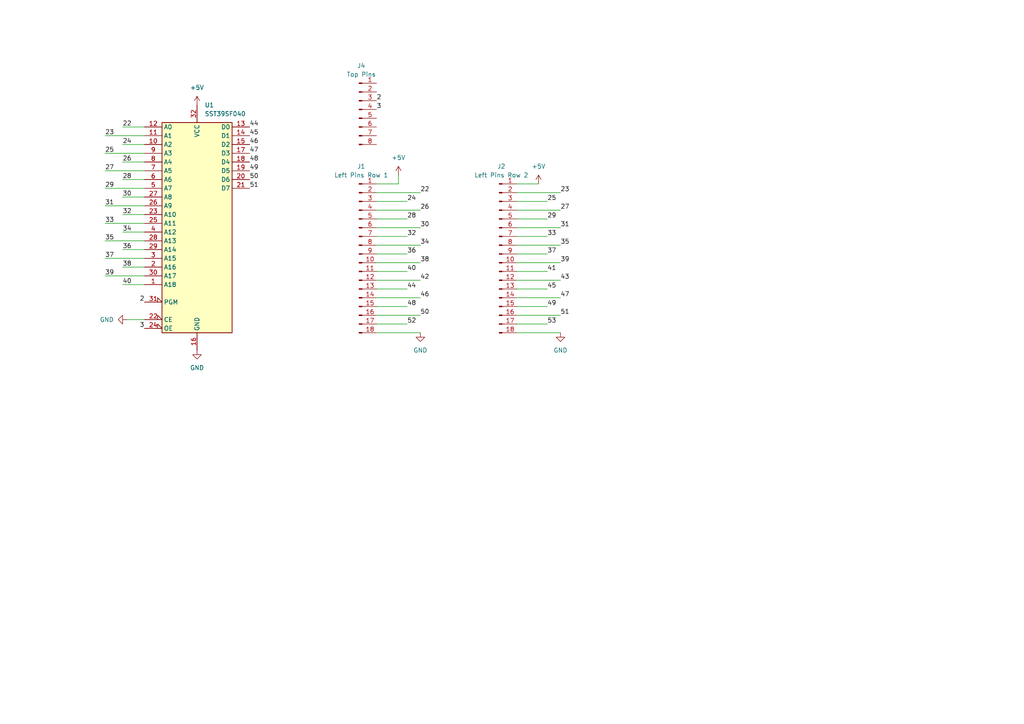
<source format=kicad_sch>
(kicad_sch (version 20230121) (generator eeschema)
  (paper "A4")
  (title_block (title "NOR Flasher Arduino Mega Shield") (date "2024-01-13") (rev "1"))
  (lib_symbols
    (symbol "Connector:Conn_01x08_Pin" (pin_names (offset 1.016) hide)
      (property "Reference" "J" (at 0 10.16 0))
      (property "Value" "Conn_01x08_Pin" (at 0 -12.7 0))
      (symbol "Conn_01x08_Pin_1_1"
        (polyline (pts (xy 1.27 -10.16) (xy 0.8636 -10.16)) (stroke (width 0.1524)))
        (polyline (pts (xy 1.27 -7.62) (xy 0.8636 -7.62)) (stroke (width 0.1524)))
        (polyline (pts (xy 1.27 -5.08) (xy 0.8636 -5.08)) (stroke (width 0.1524)))
        (polyline (pts (xy 1.27 -2.54) (xy 0.8636 -2.54)) (stroke (width 0.1524)))
        (polyline (pts (xy 1.27 0) (xy 0.8636 0)) (stroke (width 0.1524)))
        (polyline (pts (xy 1.27 2.54) (xy 0.8636 2.54)) (stroke (width 0.1524)))
        (polyline (pts (xy 1.27 5.08) (xy 0.8636 5.08)) (stroke (width 0.1524)))
        (polyline (pts (xy 1.27 7.62) (xy 0.8636 7.62)) (stroke (width 0.1524)))
        (rectangle (start 0.8636 -10.033) (end 0 -10.287) (stroke (width 0.1524)) (fill (type outline)))
        (rectangle (start 0.8636 -7.493) (end 0 -7.747) (stroke (width 0.1524)) (fill (type outline)))
        (rectangle (start 0.8636 -4.953) (end 0 -5.207) (stroke (width 0.1524)) (fill (type outline)))
        (rectangle (start 0.8636 -2.413) (end 0 -2.667) (stroke (width 0.1524)) (fill (type outline)))
        (rectangle (start 0.8636 0.127) (end 0 -0.127) (stroke (width 0.1524)) (fill (type outline)))
        (rectangle (start 0.8636 2.667) (end 0 2.413) (stroke (width 0.1524)) (fill (type outline)))
        (rectangle (start 0.8636 5.207) (end 0 4.953) (stroke (width 0.1524)) (fill (type outline)))
        (rectangle (start 0.8636 7.747) (end 0 7.493) (stroke (width 0.1524)) (fill (type outline)))
        (pin passive line (at 5.08 7.62 180) (length 3.81) (name "Pin_1") (number "1"))
        (pin passive line (at 5.08 5.08 180) (length 3.81) (name "Pin_2") (number "2"))
        (pin passive line (at 5.08 2.54 180) (length 3.81) (name "Pin_3") (number "3"))
        (pin passive line (at 5.08 0 180) (length 3.81) (name "Pin_4") (number "4"))
        (pin passive line (at 5.08 -2.54 180) (length 3.81) (name "Pin_5") (number "5"))
        (pin passive line (at 5.08 -5.08 180) (length 3.81) (name "Pin_6") (number "6"))
        (pin passive line (at 5.08 -7.62 180) (length 3.81) (name "Pin_7") (number "7"))
        (pin passive line (at 5.08 -10.16 180) (length 3.81) (name "Pin_8") (number "8"))
      )
    )
    (symbol "Connector:Conn_01x18_Pin" (pin_names (offset 1.016) hide)
      (property "Reference" "J" (at 0 22.86 0))
      (property "Value" "Conn_01x18_Pin" (at 0 -25.4 0))
      (symbol "Conn_01x18_Pin_1_1"
        (polyline (pts (xy 1.27 -22.86) (xy 0.8636 -22.86)) (stroke (width 0.1524)))
        (polyline (pts (xy 1.27 -20.32) (xy 0.8636 -20.32)) (stroke (width 0.1524)))
        (polyline (pts (xy 1.27 -17.78) (xy 0.8636 -17.78)) (stroke (width 0.1524)))
        (polyline (pts (xy 1.27 -15.24) (xy 0.8636 -15.24)) (stroke (width 0.1524)))
        (polyline (pts (xy 1.27 -12.7) (xy 0.8636 -12.7)) (stroke (width 0.1524)))
        (polyline (pts (xy 1.27 -10.16) (xy 0.8636 -10.16)) (stroke (width 0.1524)))
        (polyline (pts (xy 1.27 -7.62) (xy 0.8636 -7.62)) (stroke (width 0.1524)))
        (polyline (pts (xy 1.27 -5.08) (xy 0.8636 -5.08)) (stroke (width 0.1524)))
        (polyline (pts (xy 1.27 -2.54) (xy 0.8636 -2.54)) (stroke (width 0.1524)))
        (polyline (pts (xy 1.27 0) (xy 0.8636 0)) (stroke (width 0.1524)))
        (polyline (pts (xy 1.27 2.54) (xy 0.8636 2.54)) (stroke (width 0.1524)))
        (polyline (pts (xy 1.27 5.08) (xy 0.8636 5.08)) (stroke (width 0.1524)))
        (polyline (pts (xy 1.27 7.62) (xy 0.8636 7.62)) (stroke (width 0.1524)))
        (polyline (pts (xy 1.27 10.16) (xy 0.8636 10.16)) (stroke (width 0.1524)))
        (polyline (pts (xy 1.27 12.7) (xy 0.8636 12.7)) (stroke (width 0.1524)))
        (polyline (pts (xy 1.27 15.24) (xy 0.8636 15.24)) (stroke (width 0.1524)))
        (polyline (pts (xy 1.27 17.78) (xy 0.8636 17.78)) (stroke (width 0.1524)))
        (polyline (pts (xy 1.27 20.32) (xy 0.8636 20.32)) (stroke (width 0.1524)))
        (rectangle (start 0.8636 -22.733) (end 0 -22.987) (stroke (width 0.1524)) (fill (type outline)))
        (rectangle (start 0.8636 -20.193) (end 0 -20.447) (stroke (width 0.1524)) (fill (type outline)))
        (rectangle (start 0.8636 -17.653) (end 0 -17.907) (stroke (width 0.1524)) (fill (type outline)))
        (rectangle (start 0.8636 -15.113) (end 0 -15.367) (stroke (width 0.1524)) (fill (type outline)))
        (rectangle (start 0.8636 -12.573) (end 0 -12.827) (stroke (width 0.1524)) (fill (type outline)))
        (rectangle (start 0.8636 -10.033) (end 0 -10.287) (stroke (width 0.1524)) (fill (type outline)))
        (rectangle (start 0.8636 -7.493) (end 0 -7.747) (stroke (width 0.1524)) (fill (type outline)))
        (rectangle (start 0.8636 -4.953) (end 0 -5.207) (stroke (width 0.1524)) (fill (type outline)))
        (rectangle (start 0.8636 -2.413) (end 0 -2.667) (stroke (width 0.1524)) (fill (type outline)))
        (rectangle (start 0.8636 0.127) (end 0 -0.127) (stroke (width 0.1524)) (fill (type outline)))
        (rectangle (start 0.8636 2.667) (end 0 2.413) (stroke (width 0.1524)) (fill (type outline)))
        (rectangle (start 0.8636 5.207) (end 0 4.953) (stroke (width 0.1524)) (fill (type outline)))
        (rectangle (start 0.8636 7.747) (end 0 7.493) (stroke (width 0.1524)) (fill (type outline)))
        (rectangle (start 0.8636 10.287) (end 0 10.033) (stroke (width 0.1524)) (fill (type outline)))
        (rectangle (start 0.8636 12.827) (end 0 12.573) (stroke (width 0.1524)) (fill (type outline)))
        (rectangle (start 0.8636 15.367) (end 0 15.113) (stroke (width 0.1524)) (fill (type outline)))
        (rectangle (start 0.8636 17.907) (end 0 17.653) (stroke (width 0.1524)) (fill (type outline)))
        (rectangle (start 0.8636 20.447) (end 0 20.193) (stroke (width 0.1524)) (fill (type outline)))
        (pin passive line (at 5.08 20.32 180) (length 3.81) (name "Pin_1") (number "1"))
        (pin passive line (at 5.08 -2.54 180) (length 3.81) (name "Pin_10") (number "10"))
        (pin passive line (at 5.08 -5.08 180) (length 3.81) (name "Pin_11") (number "11"))
        (pin passive line (at 5.08 -7.62 180) (length 3.81) (name "Pin_12") (number "12"))
        (pin passive line (at 5.08 -10.16 180) (length 3.81) (name "Pin_13") (number "13"))
        (pin passive line (at 5.08 -12.7 180) (length 3.81) (name "Pin_14") (number "14"))
        (pin passive line (at 5.08 -15.24 180) (length 3.81) (name "Pin_15") (number "15"))
        (pin passive line (at 5.08 -17.78 180) (length 3.81) (name "Pin_16") (number "16"))
        (pin passive line (at 5.08 -20.32 180) (length 3.81) (name "Pin_17") (number "17"))
        (pin passive line (at 5.08 -22.86 180) (length 3.81) (name "Pin_18") (number "18"))
        (pin passive line (at 5.08 17.78 180) (length 3.81) (name "Pin_2") (number "2"))
        (pin passive line (at 5.08 15.24 180) (length 3.81) (name "Pin_3") (number "3"))
        (pin passive line (at 5.08 12.7 180) (length 3.81) (name "Pin_4") (number "4"))
        (pin passive line (at 5.08 10.16 180) (length 3.81) (name "Pin_5") (number "5"))
        (pin passive line (at 5.08 7.62 180) (length 3.81) (name "Pin_6") (number "6"))
        (pin passive line (at 5.08 5.08 180) (length 3.81) (name "Pin_7") (number "7"))
        (pin passive line (at 5.08 2.54 180) (length 3.81) (name "Pin_8") (number "8"))
        (pin passive line (at 5.08 0 180) (length 3.81) (name "Pin_9") (number "9"))
      )
    )
    (symbol "Memory_Flash:SST39SF040"
      (property "Reference" "U" (at 2.54 33.02 0))
      (property "Value" "SST39SF040" (at 0 -30.48 0))
      (symbol "SST39SF040_0_0"
        (pin power_in line (at 0 -34.29 90) (length 5.08) (name "GND") (number "16"))
        (pin power_in line (at 0 36.83 270) (length 5.08) (name "VCC") (number "32"))
      )
      (symbol "SST39SF040_0_1"
        (rectangle (start -10.16 31.75) (end 10.16 -29.21) (stroke (width 0.254)) (fill (type background)))
      )
      (symbol "SST39SF040_1_1"
        (pin input line (at -15.24 -15.24 0) (length 5.08) (name "A18") (number "1"))
        (pin input line (at -15.24 25.4 0) (length 5.08) (name "A2") (number "10"))
        (pin input line (at -15.24 27.94 0) (length 5.08) (name "A1") (number "11"))
        (pin input line (at -15.24 30.48 0) (length 5.08) (name "A0") (number "12"))
        (pin tri_state line (at 15.24 30.48 180) (length 5.08) (name "D0") (number "13"))
        (pin tri_state line (at 15.24 27.94 180) (length 5.08) (name "D1") (number "14"))
        (pin tri_state line (at 15.24 25.4 180) (length 5.08) (name "D2") (number "15"))
        (pin tri_state line (at 15.24 22.86 180) (length 5.08) (name "D3") (number "17"))
        (pin tri_state line (at 15.24 20.32 180) (length 5.08) (name "D4") (number "18"))
        (pin tri_state line (at 15.24 17.78 180) (length 5.08) (name "D5") (number "19"))
        (pin input line (at -15.24 -10.16 0) (length 5.08) (name "A16") (number "2"))
        (pin tri_state line (at 15.24 15.24 180) (length 5.08) (name "D6") (number "20"))
        (pin tri_state line (at 15.24 12.7 180) (length 5.08) (name "D7") (number "21"))
        (pin input input_low (at -15.24 -25.4 0) (length 5.08) (name "CE") (number "22"))
        (pin input line (at -15.24 5.08 0) (length 5.08) (name "A10") (number "23"))
        (pin input input_low (at -15.24 -27.94 0) (length 5.08) (name "OE") (number "24"))
        (pin input line (at -15.24 2.54 0) (length 5.08) (name "A11") (number "25"))
        (pin input line (at -15.24 7.62 0) (length 5.08) (name "A9") (number "26"))
        (pin input line (at -15.24 10.16 0) (length 5.08) (name "A8") (number "27"))
        (pin input line (at -15.24 -2.54 0) (length 5.08) (name "A13") (number "28"))
        (pin input line (at -15.24 -5.08 0) (length 5.08) (name "A14") (number "29"))
        (pin input line (at -15.24 -7.62 0) (length 5.08) (name "A15") (number "3"))
        (pin input line (at -15.24 -12.7 0) (length 5.08) (name "A17") (number "30"))
        (pin input input_low (at -15.24 -20.32 0) (length 5.08) (name "PGM") (number "31"))
        (pin input line (at -15.24 0 0) (length 5.08) (name "A12") (number "4"))
        (pin input line (at -15.24 12.7 0) (length 5.08) (name "A7") (number "5"))
        (pin input line (at -15.24 15.24 0) (length 5.08) (name "A6") (number "6"))
        (pin input line (at -15.24 17.78 0) (length 5.08) (name "A5") (number "7"))
        (pin input line (at -15.24 20.32 0) (length 5.08) (name "A4") (number "8"))
        (pin input line (at -15.24 22.86 0) (length 5.08) (name "A3") (number "9"))
      )
    )
    (symbol "power:+5V" (power) (pin_names (offset 0))
      (property "Value" "+5V" (at 0 3.556 0))
      (symbol "+5V_0_1"
        (polyline (pts (xy -0.762 1.27) (xy 0 2.54)))
        (polyline (pts (xy 0 0) (xy 0 2.54)))
        (polyline (pts (xy 0 2.54) (xy 0.762 1.27)))
      )
      (symbol "+5V_1_1"
        (pin power_in line (at 0 0 90) (length 0) hide (name "+5V") (number "1"))
      )
    )
    (symbol "power:GND" (power) (pin_names (offset 0))
      (property "Value" "GND" (at 0 -3.81 0))
      (symbol "GND_0_1"
        (polyline (pts (xy 0 0) (xy 0 -1.27) (xy 1.27 -1.27) (xy 0 -2.54) (xy -1.27 -1.27) (xy 0 -1.27)))
      )
      (symbol "GND_1_1"
        (pin power_in line (at 0 0 270) (length 0) hide (name "GND") (number "1"))
      )
    )
  )
  (wire (pts (xy 109.22 81.28) (xy 121.92 81.28)))
  (wire (pts (xy 109.22 88.9) (xy 118.11 88.9)))
  (wire (pts (xy 149.86 91.44) (xy 162.56 91.44)))
  (wire (pts (xy 149.86 83.82) (xy 158.75 83.82)))
  (wire (pts (xy 109.22 66.04) (xy 121.92 66.04)))
  (wire (pts (xy 30.48 44.45) (xy 41.91 44.45)))
  (wire (pts (xy 35.56 67.31) (xy 41.91 67.31)))
  (wire (pts (xy 115.57 53.34) (xy 115.57 50.8)))
  (wire (pts (xy 149.86 78.74) (xy 158.75 78.74)))
  (wire (pts (xy 109.22 91.44) (xy 121.92 91.44)))
  (wire (pts (xy 30.48 39.37) (xy 41.91 39.37)))
  (wire (pts (xy 109.22 58.42) (xy 118.11 58.42)))
  (wire (pts (xy 30.48 49.53) (xy 41.91 49.53)))
  (wire (pts (xy 109.22 73.66) (xy 118.11 73.66)))
  (wire (pts (xy 149.86 76.2) (xy 162.56 76.2)))
  (wire (pts (xy 109.22 71.12) (xy 121.92 71.12)))
  (wire (pts (xy 149.86 55.88) (xy 162.56 55.88)))
  (wire (pts (xy 109.22 83.82) (xy 118.11 83.82)))
  (wire (pts (xy 149.86 86.36) (xy 162.56 86.36)))
  (wire (pts (xy 149.86 68.58) (xy 158.75 68.58)))
  (wire (pts (xy 149.86 96.52) (xy 162.56 96.52)))
  (wire (pts (xy 149.86 63.5) (xy 158.75 63.5)))
  (wire (pts (xy 35.56 72.39) (xy 41.91 72.39)))
  (wire (pts (xy 109.22 55.88) (xy 121.92 55.88)))
  (wire (pts (xy 35.56 82.55) (xy 41.91 82.55)))
  (wire (pts (xy 149.86 60.96) (xy 162.56 60.96)))
  (wire (pts (xy 35.56 52.07) (xy 41.91 52.07)))
  (wire (pts (xy 109.22 78.74) (xy 118.11 78.74)))
  (wire (pts (xy 109.22 53.34) (xy 115.57 53.34)))
  (wire (pts (xy 149.86 71.12) (xy 162.56 71.12)))
  (wire (pts (xy 35.56 41.91) (xy 41.91 41.91)))
  (wire (pts (xy 30.48 80.01) (xy 41.91 80.01)))
  (wire (pts (xy 30.48 54.61) (xy 41.91 54.61)))
  (wire (pts (xy 109.22 60.96) (xy 121.92 60.96)))
  (wire (pts (xy 109.22 76.2) (xy 121.92 76.2)))
  (wire (pts (xy 35.56 62.23) (xy 41.91 62.23)))
  (wire (pts (xy 149.86 66.04) (xy 162.56 66.04)))
  (wire (pts (xy 109.22 86.36) (xy 121.92 86.36)))
  (wire (pts (xy 149.86 53.34) (xy 156.21 53.34)))
  (wire (pts (xy 30.48 59.69) (xy 41.91 59.69)))
  (wire (pts (xy 149.86 81.28) (xy 162.56 81.28)))
  (wire (pts (xy 30.48 74.93) (xy 41.91 74.93)))
  (wire (pts (xy 109.22 63.5) (xy 118.11 63.5)))
  (wire (pts (xy 109.22 96.52) (xy 121.92 96.52)))
  (wire (pts (xy 35.56 57.15) (xy 41.91 57.15)))
  (wire (pts (xy 149.86 88.9) (xy 158.75 88.9)))
  (wire (pts (xy 30.48 64.77) (xy 41.91 64.77)))
  (wire (pts (xy 36.83 92.71) (xy 41.91 92.71)))
  (wire (pts (xy 109.22 68.58) (xy 118.11 68.58)))
  (wire (pts (xy 149.86 73.66) (xy 158.75 73.66)))
  (wire (pts (xy 149.86 93.98) (xy 158.75 93.98)))
  (wire (pts (xy 35.56 36.83) (xy 41.91 36.83)))
  (wire (pts (xy 35.56 77.47) (xy 41.91 77.47)))
  (wire (pts (xy 109.22 93.98) (xy 118.11 93.98)))
  (wire (pts (xy 149.86 58.42) (xy 158.75 58.42)))
  (wire (pts (xy 30.48 69.85) (xy 41.91 69.85)))
  (wire (pts (xy 35.56 46.99) (xy 41.91 46.99)))
  (label "52" (at 118.11 93.98 0))
  (label "44" (at 118.11 83.82 0))
  (label "46" (at 121.92 86.36 0))
  (label "24" (at 35.56 41.91 0))
  (label "44" (at 72.39 36.83 0))
  (label "51" (at 162.56 91.44 0))
  (label "24" (at 118.11 58.42 0))
  (label "49" (at 158.75 88.9 0))
  (label "43" (at 162.56 81.28 0))
  (label "40" (at 35.56 82.55 0))
  (label "38" (at 121.92 76.2 0))
  (label "26" (at 121.92 60.96 0))
  (label "30" (at 121.92 66.04 0))
  (label "36" (at 118.11 73.66 0))
  (label "51" (at 72.39 54.61 0))
  (label "37" (at 158.75 73.66 0))
  (label "35" (at 162.56 71.12 0))
  (label "39" (at 30.48 80.01 0))
  (label "34" (at 121.92 71.12 0))
  (label "34" (at 35.56 67.31 0))
  (label "25" (at 30.48 44.45 0))
  (label "2" (at 41.91 87.63 180))
  (label "47" (at 162.56 86.36 0))
  (label "25" (at 158.75 58.42 0))
  (label "50" (at 72.39 52.07 0))
  (label "50" (at 121.92 91.44 0))
  (label "26" (at 35.56 46.99 0))
  (label "48" (at 118.11 88.9 0))
  (label "22" (at 35.56 36.83 0))
  (label "31" (at 30.48 59.69 0))
  (label "53" (at 158.75 93.98 0))
  (label "38" (at 35.56 77.47 0))
  (label "45" (at 158.75 83.82 0))
  (label "36" (at 35.56 72.39 0))
  (label "29" (at 30.48 54.61 0))
  (label "33" (at 30.48 64.77 0))
  (label "27" (at 162.56 60.96 0))
  (label "30" (at 35.56 57.15 0))
  (label "28" (at 35.56 52.07 0))
  (label "47" (at 72.39 44.45 0))
  (label "37" (at 30.48 74.93 0))
  (label "28" (at 118.11 63.5 0))
  (label "27" (at 30.48 49.53 0))
  (label "48" (at 72.39 46.99 0))
  (label "2" (at 109.22 29.21 0))
  (label "3" (at 41.91 95.25 180))
  (label "23" (at 162.56 55.88 0))
  (label "39" (at 162.56 76.2 0))
  (label "31" (at 162.56 66.04 0))
  (label "40" (at 118.11 78.74 0))
  (label "41" (at 158.75 78.74 0))
  (label "22" (at 121.92 55.88 0))
  (label "49" (at 72.39 49.53 0))
  (label "32" (at 35.56 62.23 0))
  (label "32" (at 118.11 68.58 0))
  (label "45" (at 72.39 39.37 0))
  (label "42" (at 121.92 81.28 0))
  (label "3" (at 109.22 31.75 0))
  (label "35" (at 30.48 69.85 0))
  (label "46" (at 72.39 41.91 0))
  (label "23" (at 30.48 39.37 0))
  (label "33" (at 158.75 68.58 0))
  (label "29" (at 158.75 63.5 0))
  (symbol (lib_id "power:GND") (at 36.83 92.71 270) (unit 1)
    (property "Reference" "#PWR06" (effects hide))
    (property "Value" "GND" (at 33.02 92.71 90) (effects (justify right)))
  )
  (symbol (lib_id "Connector:Conn_01x18_Pin") (at 104.14 73.66 0) (unit 1)
    (property "Reference" "J1" (at 104.775 48.26 0))
    (property "Value" "Left Pins Row 1" (at 104.775 50.8 0))
    (property "Footprint" "Connector_PinSocket_2.54mm:PinSocket_1x18_P2.54mm_Vertical" (effects hide))
  )
  (symbol (lib_id "power:+5V") (at 115.57 50.8 0) (unit 1)
    (property "Reference" "#PWR01" (effects hide))
    (property "Value" "+5V" (at 115.57 45.72 0))
  )
  (symbol (lib_id "power:GND") (at 162.56 96.52 0) (unit 1)
    (property "Reference" "#PWR04" (effects hide))
    (property "Value" "GND" (at 162.56 101.6 0))
  )
  (symbol (lib_id "Connector:Conn_01x08_Pin") (at 104.14 31.75 0) (unit 1)
    (property "Reference" "J4" (at 104.775 19.05 0))
    (property "Value" "Top Pins" (at 104.775 21.59 0))
    (property "Footprint" "Connector_PinSocket_2.54mm:PinSocket_1x08_P2.54mm_Vertical" (effects hide))
  )
  (symbol (lib_id "power:GND") (at 121.92 96.52 0) (unit 1)
    (property "Reference" "#PWR03" (effects hide))
    (property "Value" "GND" (at 121.92 101.6 0))
  )
  (symbol (lib_id "power:GND") (at 57.15 101.6 0) (unit 1)
    (property "Reference" "#PWR07" (effects hide))
    (property "Value" "GND" (at 57.15 106.68 0))
  )
  (symbol (lib_id "Memory_Flash:SST39SF040") (at 57.15 67.31 0) (unit 1)
    (property "Reference" "U1" (at 59.3441 30.48 0) (effects (justify left)))
    (property "Value" "SST39SF040" (at 59.3441 33.02 0) (effects (justify left)))
    (property "Footprint" "Package_DIP:DIP-32_W15.24mm_Socket" (effects hide))
    (property "Datasheet" "http://ww1.microchip.com/downloads/en/DeviceDoc/25022B.pdf" (effects hide))
  )
  (symbol (lib_id "power:+5V") (at 57.15 30.48 0) (unit 1)
    (property "Reference" "#PWR02" (effects hide))
    (property "Value" "+5V" (at 57.15 25.4 0))
  )
  (symbol (lib_id "power:+5V") (at 156.21 53.34 0) (unit 1)
    (property "Reference" "#PWR05" (effects hide))
    (property "Value" "+5V" (at 156.21 48.26 0))
  )
  (symbol (lib_id "Connector:Conn_01x18_Pin") (at 144.78 73.66 0) (unit 1)
    (property "Reference" "J2" (at 145.415 48.26 0))
    (property "Value" "Left Pins Row 2" (at 145.415 50.8 0))
    (property "Footprint" "Connector_PinSocket_2.54mm:PinSocket_1x18_P2.54mm_Vertical" (effects hide))
  )
)
</source>
